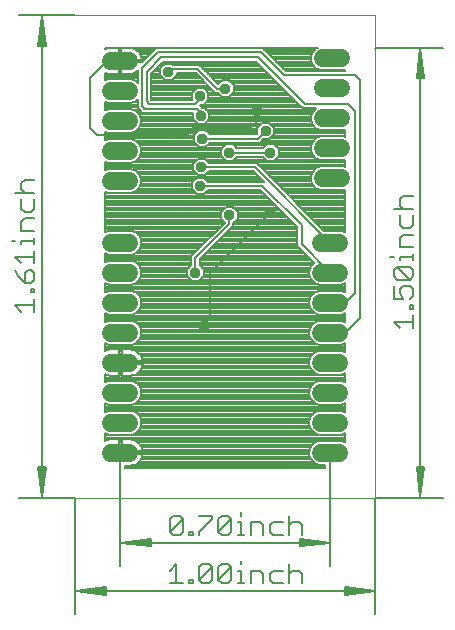
<source format=gbl>
G75*
%MOIN*%
%OFA0B0*%
%FSLAX25Y25*%
%IPPOS*%
%LPD*%
%AMOC8*
5,1,8,0,0,1.08239X$1,22.5*
%
%ADD10C,0.00000*%
%ADD11C,0.00512*%
%ADD12C,0.00600*%
%ADD13C,0.06000*%
%ADD14OC8,0.03562*%
%ADD15C,0.00800*%
D10*
X0023795Y0040133D02*
X0123795Y0040133D01*
X0123795Y0200933D01*
X0023795Y0200933D01*
D11*
X0023795Y0040133D02*
X0023795Y0001256D01*
X0024051Y0008933D02*
X0034031Y0007909D01*
X0034031Y0007676D02*
X0024051Y0008933D01*
X0034031Y0009957D01*
X0034031Y0010190D02*
X0034031Y0007676D01*
X0034031Y0008421D02*
X0024051Y0008933D01*
X0034031Y0009445D01*
X0034031Y0010190D02*
X0024051Y0008933D01*
X0123539Y0008933D01*
X0113559Y0007909D01*
X0113559Y0007676D02*
X0123539Y0008933D01*
X0113559Y0009957D01*
X0113559Y0010190D02*
X0113559Y0007676D01*
X0113559Y0008421D02*
X0123539Y0008933D01*
X0113559Y0009445D01*
X0113559Y0010190D02*
X0123539Y0008933D01*
X0123795Y0001256D02*
X0123795Y0040133D01*
X0146472Y0040133D01*
X0138795Y0040389D02*
X0139819Y0050369D01*
X0140052Y0050369D02*
X0138795Y0040389D01*
X0137772Y0050369D01*
X0137538Y0050369D02*
X0140052Y0050369D01*
X0139307Y0050369D02*
X0138795Y0040389D01*
X0138283Y0050369D01*
X0137538Y0050369D02*
X0138795Y0040389D01*
X0138795Y0189877D01*
X0139819Y0179897D01*
X0140052Y0179897D02*
X0138795Y0189877D01*
X0137772Y0179897D01*
X0137538Y0179897D02*
X0140052Y0179897D01*
X0139307Y0179897D02*
X0138795Y0189877D01*
X0138283Y0179897D01*
X0137538Y0179897D02*
X0138795Y0189877D01*
X0146472Y0190133D02*
X0123795Y0190133D01*
X0023795Y0200933D02*
X0004918Y0200933D01*
X0012595Y0200677D02*
X0011572Y0190697D01*
X0011338Y0190697D02*
X0013852Y0190697D01*
X0012595Y0200677D01*
X0013619Y0190697D01*
X0013107Y0190697D02*
X0012595Y0200677D01*
X0012083Y0190697D01*
X0011338Y0190697D02*
X0012595Y0200677D01*
X0012595Y0040389D01*
X0013619Y0050369D01*
X0013852Y0050369D02*
X0012595Y0040389D01*
X0011572Y0050369D01*
X0011338Y0050369D02*
X0013852Y0050369D01*
X0013107Y0050369D02*
X0012595Y0040389D01*
X0012083Y0050369D01*
X0011338Y0050369D02*
X0012595Y0040389D01*
X0004918Y0040133D02*
X0023795Y0040133D01*
X0038795Y0055133D02*
X0038795Y0017456D01*
X0039051Y0025133D02*
X0049031Y0024109D01*
X0049031Y0023876D02*
X0039051Y0025133D01*
X0049031Y0026157D01*
X0049031Y0026390D02*
X0049031Y0023876D01*
X0049031Y0024621D02*
X0039051Y0025133D01*
X0049031Y0025645D01*
X0049031Y0026390D02*
X0039051Y0025133D01*
X0108539Y0025133D01*
X0098559Y0024109D01*
X0098559Y0023876D02*
X0108539Y0025133D01*
X0098559Y0026157D01*
X0098559Y0026390D02*
X0098559Y0023876D01*
X0098559Y0024621D02*
X0108539Y0025133D01*
X0098559Y0025645D01*
X0098559Y0026390D02*
X0108539Y0025133D01*
X0108795Y0017456D02*
X0108795Y0055133D01*
D12*
X0095059Y0034100D02*
X0095059Y0027695D01*
X0092884Y0027695D02*
X0089681Y0027695D01*
X0088614Y0028762D01*
X0088614Y0030898D01*
X0089681Y0031965D01*
X0092884Y0031965D01*
X0095059Y0030898D02*
X0096127Y0031965D01*
X0098262Y0031965D01*
X0099330Y0030898D01*
X0099330Y0027695D01*
X0095059Y0017900D02*
X0095059Y0011495D01*
X0092884Y0011495D02*
X0089681Y0011495D01*
X0088614Y0012562D01*
X0088614Y0014698D01*
X0089681Y0015765D01*
X0092884Y0015765D01*
X0095059Y0014698D02*
X0096127Y0015765D01*
X0098262Y0015765D01*
X0099330Y0014698D01*
X0099330Y0011495D01*
X0086439Y0011495D02*
X0086439Y0014698D01*
X0085371Y0015765D01*
X0082168Y0015765D01*
X0082168Y0011495D01*
X0080007Y0011495D02*
X0077871Y0011495D01*
X0078939Y0011495D02*
X0078939Y0015765D01*
X0077871Y0015765D01*
X0078939Y0017900D02*
X0078939Y0018968D01*
X0075696Y0016833D02*
X0071426Y0012562D01*
X0072493Y0011495D01*
X0074629Y0011495D01*
X0075696Y0012562D01*
X0075696Y0016833D01*
X0074629Y0017900D01*
X0072493Y0017900D01*
X0071426Y0016833D01*
X0071426Y0012562D01*
X0069251Y0012562D02*
X0069251Y0016833D01*
X0064980Y0012562D01*
X0066048Y0011495D01*
X0068183Y0011495D01*
X0069251Y0012562D01*
X0069251Y0016833D02*
X0068183Y0017900D01*
X0066048Y0017900D01*
X0064980Y0016833D01*
X0064980Y0012562D01*
X0062825Y0012562D02*
X0062825Y0011495D01*
X0061758Y0011495D01*
X0061758Y0012562D01*
X0062825Y0012562D01*
X0059582Y0011495D02*
X0055312Y0011495D01*
X0057447Y0011495D02*
X0057447Y0017900D01*
X0055312Y0015765D01*
X0056380Y0027695D02*
X0055312Y0028762D01*
X0059582Y0033033D01*
X0059582Y0028762D01*
X0058515Y0027695D01*
X0056380Y0027695D01*
X0055312Y0028762D02*
X0055312Y0033033D01*
X0056380Y0034100D01*
X0058515Y0034100D01*
X0059582Y0033033D01*
X0061758Y0028762D02*
X0062825Y0028762D01*
X0062825Y0027695D01*
X0061758Y0027695D01*
X0061758Y0028762D01*
X0064980Y0028762D02*
X0064980Y0027695D01*
X0064980Y0028762D02*
X0069251Y0033033D01*
X0069251Y0034100D01*
X0064980Y0034100D01*
X0071426Y0033033D02*
X0071426Y0028762D01*
X0075696Y0033033D01*
X0075696Y0028762D01*
X0074629Y0027695D01*
X0072493Y0027695D01*
X0071426Y0028762D01*
X0071426Y0033033D02*
X0072493Y0034100D01*
X0074629Y0034100D01*
X0075696Y0033033D01*
X0077871Y0031965D02*
X0078939Y0031965D01*
X0078939Y0027695D01*
X0077871Y0027695D02*
X0080007Y0027695D01*
X0082168Y0027695D02*
X0082168Y0031965D01*
X0085371Y0031965D01*
X0086439Y0030898D01*
X0086439Y0027695D01*
X0078939Y0034100D02*
X0078939Y0035168D01*
X0131963Y0096650D02*
X0129828Y0098785D01*
X0136233Y0098785D01*
X0136233Y0096650D02*
X0136233Y0100920D01*
X0136233Y0103096D02*
X0135166Y0103096D01*
X0135166Y0104163D01*
X0136233Y0104163D01*
X0136233Y0103096D01*
X0135166Y0106318D02*
X0136233Y0107386D01*
X0136233Y0109521D01*
X0135166Y0110589D01*
X0133031Y0110589D01*
X0131963Y0109521D01*
X0131963Y0108453D01*
X0133031Y0106318D01*
X0129828Y0106318D01*
X0129828Y0110589D01*
X0130895Y0112764D02*
X0129828Y0113831D01*
X0129828Y0115967D01*
X0130895Y0117034D01*
X0135166Y0112764D01*
X0136233Y0113831D01*
X0136233Y0115967D01*
X0135166Y0117034D01*
X0130895Y0117034D01*
X0131963Y0119209D02*
X0131963Y0120277D01*
X0136233Y0120277D01*
X0136233Y0121344D02*
X0136233Y0119209D01*
X0136233Y0123506D02*
X0131963Y0123506D01*
X0131963Y0126709D01*
X0133031Y0127777D01*
X0136233Y0127777D01*
X0135166Y0129952D02*
X0136233Y0131019D01*
X0136233Y0134222D01*
X0136233Y0136397D02*
X0129828Y0136397D01*
X0131963Y0137465D02*
X0131963Y0139600D01*
X0133031Y0140668D01*
X0136233Y0140668D01*
X0131963Y0137465D02*
X0133031Y0136397D01*
X0131963Y0134222D02*
X0131963Y0131019D01*
X0133031Y0129952D01*
X0135166Y0129952D01*
X0129828Y0120277D02*
X0128760Y0120277D01*
X0130895Y0112764D02*
X0135166Y0112764D01*
X0010033Y0112786D02*
X0010033Y0114921D01*
X0008966Y0115989D01*
X0007898Y0115989D01*
X0006831Y0114921D01*
X0006831Y0111718D01*
X0008966Y0111718D01*
X0010033Y0112786D01*
X0010033Y0109563D02*
X0010033Y0108496D01*
X0008966Y0108496D01*
X0008966Y0109563D01*
X0010033Y0109563D01*
X0010033Y0106320D02*
X0010033Y0102050D01*
X0010033Y0104185D02*
X0003628Y0104185D01*
X0005763Y0102050D01*
X0006831Y0111718D02*
X0004695Y0113853D01*
X0003628Y0115989D01*
X0005763Y0118164D02*
X0003628Y0120299D01*
X0010033Y0120299D01*
X0010033Y0118164D02*
X0010033Y0122434D01*
X0010033Y0124609D02*
X0010033Y0126744D01*
X0010033Y0125677D02*
X0005763Y0125677D01*
X0005763Y0124609D01*
X0003628Y0125677D02*
X0002560Y0125677D01*
X0005763Y0128906D02*
X0005763Y0132109D01*
X0006831Y0133177D01*
X0010033Y0133177D01*
X0008966Y0135352D02*
X0010033Y0136419D01*
X0010033Y0139622D01*
X0010033Y0141797D02*
X0003628Y0141797D01*
X0005763Y0142865D02*
X0005763Y0145000D01*
X0006831Y0146068D01*
X0010033Y0146068D01*
X0005763Y0142865D02*
X0006831Y0141797D01*
X0005763Y0139622D02*
X0005763Y0136419D01*
X0006831Y0135352D01*
X0008966Y0135352D01*
X0010033Y0128906D02*
X0005763Y0128906D01*
D13*
X0035795Y0125133D02*
X0041795Y0125133D01*
X0041795Y0115133D02*
X0035795Y0115133D01*
X0035795Y0105133D02*
X0041795Y0105133D01*
X0041795Y0095133D02*
X0035795Y0095133D01*
X0035795Y0085133D02*
X0041795Y0085133D01*
X0041795Y0075133D02*
X0035795Y0075133D01*
X0035795Y0065133D02*
X0041795Y0065133D01*
X0041795Y0055133D02*
X0035795Y0055133D01*
X0035595Y0145733D02*
X0041595Y0145733D01*
X0041595Y0155733D02*
X0035595Y0155733D01*
X0035595Y0165733D02*
X0041595Y0165733D01*
X0041595Y0175733D02*
X0035595Y0175733D01*
X0035595Y0185733D02*
X0041595Y0185733D01*
X0105795Y0125133D02*
X0111795Y0125133D01*
X0111795Y0115133D02*
X0105795Y0115133D01*
X0105795Y0105133D02*
X0111795Y0105133D01*
X0111795Y0095133D02*
X0105795Y0095133D01*
X0105795Y0085133D02*
X0111795Y0085133D01*
X0111795Y0075133D02*
X0105795Y0075133D01*
X0105795Y0065133D02*
X0111795Y0065133D01*
X0111795Y0055133D02*
X0105795Y0055133D01*
X0106395Y0146533D02*
X0112395Y0146533D01*
X0112395Y0156533D02*
X0106395Y0156533D01*
X0106395Y0166533D02*
X0112395Y0166533D01*
X0112395Y0176533D02*
X0106395Y0176533D01*
X0106395Y0186533D02*
X0112395Y0186533D01*
D14*
X0088795Y0155133D03*
X0087233Y0162321D03*
X0084195Y0168833D03*
X0073795Y0176383D03*
X0065358Y0173883D03*
X0065670Y0167321D03*
X0065983Y0159821D03*
X0065695Y0150333D03*
X0065395Y0144033D03*
X0075045Y0134196D03*
X0088795Y0135133D03*
X0075045Y0155133D03*
X0054733Y0182008D03*
X0063795Y0115133D03*
X0066608Y0097321D03*
D15*
X0066608Y0097946D01*
X0068795Y0100133D01*
X0068795Y0115133D01*
X0088795Y0135133D01*
X0091295Y0136753D02*
X0076421Y0136753D01*
X0076197Y0136977D02*
X0073893Y0136977D01*
X0072264Y0135348D01*
X0072264Y0133044D01*
X0073495Y0131813D01*
X0062395Y0120713D01*
X0062395Y0117666D01*
X0061014Y0116285D01*
X0061014Y0113981D01*
X0062643Y0112352D01*
X0064947Y0112352D01*
X0066576Y0113981D01*
X0066576Y0116285D01*
X0065195Y0117666D01*
X0065195Y0119553D01*
X0075625Y0129983D01*
X0076445Y0130803D01*
X0076445Y0131663D01*
X0077826Y0133044D01*
X0077826Y0135348D01*
X0076197Y0136977D01*
X0077219Y0135954D02*
X0092094Y0135954D01*
X0092892Y0135156D02*
X0077826Y0135156D01*
X0077826Y0134357D02*
X0093691Y0134357D01*
X0094489Y0133559D02*
X0077826Y0133559D01*
X0077543Y0132760D02*
X0095288Y0132760D01*
X0096086Y0131962D02*
X0076745Y0131962D01*
X0076445Y0131163D02*
X0096885Y0131163D01*
X0097683Y0130365D02*
X0076007Y0130365D01*
X0075208Y0129566D02*
X0097795Y0129566D01*
X0097795Y0130253D02*
X0097795Y0124153D01*
X0103477Y0118472D01*
X0102404Y0117399D01*
X0101795Y0115929D01*
X0101795Y0114337D01*
X0102404Y0112867D01*
X0103529Y0111742D01*
X0104999Y0111133D01*
X0112591Y0111133D01*
X0113795Y0111632D01*
X0113795Y0108634D01*
X0112591Y0109133D01*
X0104999Y0109133D01*
X0103529Y0108524D01*
X0102404Y0107399D01*
X0101795Y0105929D01*
X0101795Y0104337D01*
X0102404Y0102867D01*
X0103529Y0101742D01*
X0104999Y0101133D01*
X0112591Y0101133D01*
X0113795Y0101632D01*
X0113795Y0098634D01*
X0112591Y0099133D01*
X0104999Y0099133D01*
X0103529Y0098524D01*
X0102404Y0097399D01*
X0101795Y0095929D01*
X0101795Y0094337D01*
X0102404Y0092867D01*
X0103529Y0091742D01*
X0104999Y0091133D01*
X0112591Y0091133D01*
X0113795Y0091632D01*
X0113795Y0088634D01*
X0112591Y0089133D01*
X0104999Y0089133D01*
X0103529Y0088524D01*
X0102404Y0087399D01*
X0101795Y0085929D01*
X0101795Y0084337D01*
X0102404Y0082867D01*
X0103529Y0081742D01*
X0104999Y0081133D01*
X0112591Y0081133D01*
X0113795Y0081632D01*
X0113795Y0078634D01*
X0112591Y0079133D01*
X0104999Y0079133D01*
X0103529Y0078524D01*
X0102404Y0077399D01*
X0101795Y0075929D01*
X0101795Y0074337D01*
X0102404Y0072867D01*
X0103529Y0071742D01*
X0104999Y0071133D01*
X0112591Y0071133D01*
X0113795Y0071632D01*
X0113795Y0068634D01*
X0112591Y0069133D01*
X0104999Y0069133D01*
X0103529Y0068524D01*
X0102404Y0067399D01*
X0101795Y0065929D01*
X0101795Y0064337D01*
X0102404Y0062867D01*
X0103529Y0061742D01*
X0104999Y0061133D01*
X0112591Y0061133D01*
X0113795Y0061632D01*
X0113795Y0058634D01*
X0112591Y0059133D01*
X0104999Y0059133D01*
X0103529Y0058524D01*
X0102404Y0057399D01*
X0101795Y0055929D01*
X0101795Y0054337D01*
X0102404Y0052867D01*
X0103529Y0051742D01*
X0104999Y0051133D01*
X0107139Y0051133D01*
X0107139Y0050133D01*
X0040451Y0050133D01*
X0040451Y0050733D01*
X0042141Y0050733D01*
X0042825Y0050841D01*
X0043484Y0051055D01*
X0044101Y0051370D01*
X0044662Y0051777D01*
X0045151Y0052267D01*
X0045558Y0052827D01*
X0045873Y0053444D01*
X0046087Y0054103D01*
X0046187Y0054733D01*
X0040451Y0054733D01*
X0040451Y0055533D01*
X0046187Y0055533D01*
X0046087Y0056163D01*
X0045873Y0056822D01*
X0045558Y0057439D01*
X0045151Y0057999D01*
X0044662Y0058489D01*
X0044101Y0058896D01*
X0043484Y0059211D01*
X0042825Y0059425D01*
X0042141Y0059533D01*
X0039195Y0059533D01*
X0039195Y0056789D01*
X0038395Y0056789D01*
X0038395Y0059533D01*
X0035449Y0059533D01*
X0034765Y0059425D01*
X0034106Y0059211D01*
X0033795Y0059052D01*
X0033795Y0061632D01*
X0034999Y0061133D01*
X0042591Y0061133D01*
X0044061Y0061742D01*
X0045186Y0062867D01*
X0045795Y0064337D01*
X0045795Y0065929D01*
X0045186Y0067399D01*
X0044061Y0068524D01*
X0042591Y0069133D01*
X0034999Y0069133D01*
X0033795Y0068634D01*
X0033795Y0071632D01*
X0034999Y0071133D01*
X0042591Y0071133D01*
X0044061Y0071742D01*
X0045186Y0072867D01*
X0045795Y0074337D01*
X0045795Y0075929D01*
X0045186Y0077399D01*
X0044061Y0078524D01*
X0042591Y0079133D01*
X0034999Y0079133D01*
X0033795Y0078634D01*
X0033795Y0081214D01*
X0034106Y0081055D01*
X0034765Y0080841D01*
X0035449Y0080733D01*
X0038395Y0080733D01*
X0038395Y0084733D01*
X0039195Y0084733D01*
X0039195Y0080733D01*
X0042141Y0080733D01*
X0042825Y0080841D01*
X0043484Y0081055D01*
X0044101Y0081370D01*
X0044662Y0081777D01*
X0045151Y0082267D01*
X0045558Y0082827D01*
X0045873Y0083444D01*
X0046087Y0084103D01*
X0046187Y0084733D01*
X0039195Y0084733D01*
X0039195Y0085533D01*
X0038395Y0085533D01*
X0038395Y0089533D01*
X0035449Y0089533D01*
X0034765Y0089425D01*
X0034106Y0089211D01*
X0033795Y0089052D01*
X0033795Y0091632D01*
X0034999Y0091133D01*
X0042591Y0091133D01*
X0044061Y0091742D01*
X0045186Y0092867D01*
X0045795Y0094337D01*
X0045795Y0095929D01*
X0045186Y0097399D01*
X0044061Y0098524D01*
X0042591Y0099133D01*
X0034999Y0099133D01*
X0033795Y0098634D01*
X0033795Y0101632D01*
X0034999Y0101133D01*
X0042591Y0101133D01*
X0044061Y0101742D01*
X0045186Y0102867D01*
X0045795Y0104337D01*
X0045795Y0105929D01*
X0045186Y0107399D01*
X0044061Y0108524D01*
X0042591Y0109133D01*
X0034999Y0109133D01*
X0033795Y0108634D01*
X0033795Y0111632D01*
X0034999Y0111133D01*
X0042591Y0111133D01*
X0044061Y0111742D01*
X0045186Y0112867D01*
X0045795Y0114337D01*
X0045795Y0115929D01*
X0045186Y0117399D01*
X0044061Y0118524D01*
X0042591Y0119133D01*
X0034999Y0119133D01*
X0033795Y0118634D01*
X0033795Y0121632D01*
X0034999Y0121133D01*
X0042591Y0121133D01*
X0044061Y0121742D01*
X0045186Y0122867D01*
X0045795Y0124337D01*
X0045795Y0125929D01*
X0045186Y0127399D01*
X0044061Y0128524D01*
X0042591Y0129133D01*
X0034999Y0129133D01*
X0033795Y0128634D01*
X0033795Y0142149D01*
X0034799Y0141733D01*
X0042391Y0141733D01*
X0043861Y0142342D01*
X0044986Y0143467D01*
X0045595Y0144937D01*
X0045595Y0146529D01*
X0044986Y0147999D01*
X0043861Y0149124D01*
X0042391Y0149733D01*
X0034799Y0149733D01*
X0033795Y0149317D01*
X0033795Y0152149D01*
X0034799Y0151733D01*
X0042391Y0151733D01*
X0043861Y0152342D01*
X0044986Y0153467D01*
X0045595Y0154937D01*
X0045595Y0156529D01*
X0044986Y0157999D01*
X0043861Y0159124D01*
X0042391Y0159733D01*
X0034799Y0159733D01*
X0033795Y0159317D01*
X0033795Y0162149D01*
X0034799Y0161733D01*
X0042391Y0161733D01*
X0043861Y0162342D01*
X0044986Y0163467D01*
X0045595Y0164937D01*
X0045595Y0166529D01*
X0044986Y0167999D01*
X0043861Y0169124D01*
X0042391Y0169733D01*
X0034799Y0169733D01*
X0033795Y0169317D01*
X0033795Y0172149D01*
X0034799Y0171733D01*
X0042391Y0171733D01*
X0043861Y0172342D01*
X0044595Y0173076D01*
X0044595Y0170053D01*
X0045308Y0169341D01*
X0045308Y0169241D01*
X0046128Y0168421D01*
X0062889Y0168421D01*
X0062889Y0166169D01*
X0064518Y0164539D01*
X0066822Y0164539D01*
X0068451Y0166169D01*
X0068451Y0168473D01*
X0066822Y0170102D01*
X0066119Y0170102D01*
X0065820Y0170400D01*
X0065306Y0170914D01*
X0065494Y0171102D01*
X0066510Y0171102D01*
X0068139Y0172731D01*
X0068139Y0175035D01*
X0066510Y0176664D01*
X0064206Y0176664D01*
X0062577Y0175035D01*
X0062577Y0172783D01*
X0049025Y0172783D01*
X0048895Y0172913D01*
X0048895Y0181453D01*
X0052875Y0185433D01*
X0084015Y0185433D01*
X0098795Y0170653D01*
X0099615Y0169833D01*
X0104038Y0169833D01*
X0103004Y0168799D01*
X0102395Y0167329D01*
X0102395Y0165737D01*
X0103004Y0164267D01*
X0104129Y0163142D01*
X0105599Y0162533D01*
X0113191Y0162533D01*
X0113795Y0162783D01*
X0113795Y0160283D01*
X0113191Y0160533D01*
X0105599Y0160533D01*
X0104129Y0159924D01*
X0103004Y0158799D01*
X0102395Y0157329D01*
X0102395Y0155737D01*
X0103004Y0154267D01*
X0104129Y0153142D01*
X0105599Y0152533D01*
X0113191Y0152533D01*
X0113795Y0152783D01*
X0113795Y0150283D01*
X0113191Y0150533D01*
X0105599Y0150533D01*
X0104129Y0149924D01*
X0103004Y0148799D01*
X0102395Y0147329D01*
X0102395Y0145737D01*
X0103004Y0144267D01*
X0104129Y0143142D01*
X0105599Y0142533D01*
X0113191Y0142533D01*
X0113795Y0142783D01*
X0113795Y0128634D01*
X0112591Y0129133D01*
X0106775Y0129133D01*
X0084175Y0151733D01*
X0068228Y0151733D01*
X0066847Y0153114D01*
X0064543Y0153114D01*
X0062914Y0151485D01*
X0062914Y0149181D01*
X0064543Y0147552D01*
X0066847Y0147552D01*
X0068228Y0148933D01*
X0083015Y0148933D01*
X0086515Y0145433D01*
X0067928Y0145433D01*
X0066547Y0146814D01*
X0064243Y0146814D01*
X0062614Y0145185D01*
X0062614Y0142881D01*
X0064243Y0141252D01*
X0066547Y0141252D01*
X0067928Y0142633D01*
X0085415Y0142633D01*
X0097795Y0130253D01*
X0097795Y0128768D02*
X0074410Y0128768D01*
X0073611Y0127969D02*
X0097795Y0127969D01*
X0097795Y0127171D02*
X0072813Y0127171D01*
X0072014Y0126372D02*
X0097795Y0126372D01*
X0097795Y0125574D02*
X0071216Y0125574D01*
X0070417Y0124775D02*
X0097795Y0124775D01*
X0097972Y0123977D02*
X0069619Y0123977D01*
X0068820Y0123178D02*
X0098770Y0123178D01*
X0099569Y0122380D02*
X0068022Y0122380D01*
X0067223Y0121581D02*
X0100367Y0121581D01*
X0101166Y0120783D02*
X0066425Y0120783D01*
X0065626Y0119984D02*
X0101964Y0119984D01*
X0102763Y0119186D02*
X0065195Y0119186D01*
X0065195Y0118387D02*
X0103392Y0118387D01*
X0102594Y0117589D02*
X0065273Y0117589D01*
X0066071Y0116790D02*
X0102152Y0116790D01*
X0101821Y0115992D02*
X0066576Y0115992D01*
X0066576Y0115193D02*
X0101795Y0115193D01*
X0101795Y0114395D02*
X0066576Y0114395D01*
X0066191Y0113596D02*
X0102102Y0113596D01*
X0102474Y0112798D02*
X0065393Y0112798D01*
X0063795Y0115133D02*
X0063795Y0120133D01*
X0075045Y0131383D01*
X0075045Y0134196D01*
X0072871Y0135954D02*
X0033795Y0135954D01*
X0033795Y0135156D02*
X0072264Y0135156D01*
X0072264Y0134357D02*
X0033795Y0134357D01*
X0033795Y0133559D02*
X0072264Y0133559D01*
X0072547Y0132760D02*
X0033795Y0132760D01*
X0033795Y0131962D02*
X0073346Y0131962D01*
X0072846Y0131163D02*
X0033795Y0131163D01*
X0033795Y0130365D02*
X0072047Y0130365D01*
X0071249Y0129566D02*
X0033795Y0129566D01*
X0033795Y0128768D02*
X0034118Y0128768D01*
X0033918Y0121581D02*
X0033795Y0121581D01*
X0033795Y0120783D02*
X0062465Y0120783D01*
X0062395Y0119984D02*
X0033795Y0119984D01*
X0033795Y0119186D02*
X0062395Y0119186D01*
X0062395Y0118387D02*
X0044198Y0118387D01*
X0044996Y0117589D02*
X0062318Y0117589D01*
X0061519Y0116790D02*
X0045438Y0116790D01*
X0045769Y0115992D02*
X0061014Y0115992D01*
X0061014Y0115193D02*
X0045795Y0115193D01*
X0045795Y0114395D02*
X0061014Y0114395D01*
X0061399Y0113596D02*
X0045488Y0113596D01*
X0045117Y0112798D02*
X0062198Y0112798D01*
X0063263Y0121581D02*
X0043673Y0121581D01*
X0044699Y0122380D02*
X0064062Y0122380D01*
X0064860Y0123178D02*
X0045315Y0123178D01*
X0045646Y0123977D02*
X0065659Y0123977D01*
X0066457Y0124775D02*
X0045795Y0124775D01*
X0045795Y0125574D02*
X0067256Y0125574D01*
X0068054Y0126372D02*
X0045611Y0126372D01*
X0045281Y0127171D02*
X0068853Y0127171D01*
X0069652Y0127969D02*
X0044616Y0127969D01*
X0043473Y0128768D02*
X0070450Y0128768D01*
X0073669Y0136753D02*
X0033795Y0136753D01*
X0033795Y0137551D02*
X0090497Y0137551D01*
X0089698Y0138350D02*
X0033795Y0138350D01*
X0033795Y0139148D02*
X0088900Y0139148D01*
X0088101Y0139947D02*
X0033795Y0139947D01*
X0033795Y0140745D02*
X0087303Y0140745D01*
X0086504Y0141544D02*
X0066839Y0141544D01*
X0067638Y0142343D02*
X0085706Y0142343D01*
X0085995Y0144033D02*
X0099195Y0130833D01*
X0099195Y0124733D01*
X0108795Y0115133D01*
X0104837Y0111201D02*
X0042754Y0111201D01*
X0044318Y0111999D02*
X0103272Y0111999D01*
X0104208Y0108805D02*
X0043383Y0108805D01*
X0044579Y0108007D02*
X0103012Y0108007D01*
X0102325Y0107208D02*
X0045265Y0107208D01*
X0045596Y0106410D02*
X0101994Y0106410D01*
X0101795Y0105611D02*
X0045795Y0105611D01*
X0045795Y0104812D02*
X0101795Y0104812D01*
X0101929Y0104014D02*
X0045661Y0104014D01*
X0045330Y0103215D02*
X0102260Y0103215D01*
X0102854Y0102417D02*
X0044736Y0102417D01*
X0043763Y0101618D02*
X0103828Y0101618D01*
X0103430Y0098424D02*
X0044161Y0098424D01*
X0044959Y0097626D02*
X0102631Y0097626D01*
X0102167Y0096827D02*
X0045423Y0096827D01*
X0045754Y0096029D02*
X0101837Y0096029D01*
X0101795Y0095230D02*
X0045795Y0095230D01*
X0045795Y0094432D02*
X0101795Y0094432D01*
X0102087Y0093633D02*
X0045503Y0093633D01*
X0045154Y0092835D02*
X0102437Y0092835D01*
X0103235Y0092036D02*
X0044355Y0092036D01*
X0042844Y0091238D02*
X0104747Y0091238D01*
X0104297Y0088842D02*
X0044176Y0088842D01*
X0044101Y0088896D02*
X0043484Y0089211D01*
X0042825Y0089425D01*
X0042141Y0089533D01*
X0039195Y0089533D01*
X0039195Y0085533D01*
X0046187Y0085533D01*
X0046087Y0086163D01*
X0045873Y0086822D01*
X0045558Y0087439D01*
X0045151Y0087999D01*
X0044662Y0088489D01*
X0044101Y0088896D01*
X0045107Y0088044D02*
X0103049Y0088044D01*
X0102340Y0087245D02*
X0045657Y0087245D01*
X0045995Y0086447D02*
X0102010Y0086447D01*
X0101795Y0085648D02*
X0046168Y0085648D01*
X0046070Y0084051D02*
X0101914Y0084051D01*
X0101795Y0084850D02*
X0039195Y0084850D01*
X0039195Y0085648D02*
X0038395Y0085648D01*
X0038395Y0086447D02*
X0039195Y0086447D01*
X0039195Y0087245D02*
X0038395Y0087245D01*
X0038395Y0088044D02*
X0039195Y0088044D01*
X0039195Y0088842D02*
X0038395Y0088842D01*
X0034747Y0091238D02*
X0033795Y0091238D01*
X0033795Y0090439D02*
X0113795Y0090439D01*
X0113795Y0089641D02*
X0033795Y0089641D01*
X0038395Y0084051D02*
X0039195Y0084051D01*
X0039195Y0083253D02*
X0038395Y0083253D01*
X0038395Y0082454D02*
X0039195Y0082454D01*
X0039195Y0081656D02*
X0038395Y0081656D01*
X0038395Y0080857D02*
X0039195Y0080857D01*
X0042874Y0080857D02*
X0113795Y0080857D01*
X0113795Y0080059D02*
X0033795Y0080059D01*
X0033795Y0080857D02*
X0034716Y0080857D01*
X0033795Y0079260D02*
X0113795Y0079260D01*
X0113795Y0071275D02*
X0112933Y0071275D01*
X0113795Y0070477D02*
X0033795Y0070477D01*
X0033795Y0071275D02*
X0034657Y0071275D01*
X0033795Y0069678D02*
X0113795Y0069678D01*
X0113795Y0068879D02*
X0113203Y0068879D01*
X0113795Y0060894D02*
X0033795Y0060894D01*
X0033795Y0060096D02*
X0113795Y0060096D01*
X0113795Y0059297D02*
X0043218Y0059297D01*
X0044648Y0058499D02*
X0103504Y0058499D01*
X0102706Y0057700D02*
X0045369Y0057700D01*
X0045832Y0056902D02*
X0102198Y0056902D01*
X0101867Y0056103D02*
X0046096Y0056103D01*
X0046151Y0054506D02*
X0101795Y0054506D01*
X0101795Y0055305D02*
X0040451Y0055305D01*
X0039195Y0056902D02*
X0038395Y0056902D01*
X0038395Y0057700D02*
X0039195Y0057700D01*
X0039195Y0058499D02*
X0038395Y0058499D01*
X0038395Y0059297D02*
X0039195Y0059297D01*
X0034373Y0059297D02*
X0033795Y0059297D01*
X0033795Y0068879D02*
X0034387Y0068879D01*
X0043203Y0068879D02*
X0104387Y0068879D01*
X0103086Y0068081D02*
X0044504Y0068081D01*
X0045234Y0067282D02*
X0102356Y0067282D01*
X0102025Y0066484D02*
X0045565Y0066484D01*
X0045795Y0065685D02*
X0101795Y0065685D01*
X0101795Y0064887D02*
X0045795Y0064887D01*
X0045692Y0064088D02*
X0101898Y0064088D01*
X0102229Y0063290D02*
X0045361Y0063290D01*
X0044810Y0062491D02*
X0102780Y0062491D01*
X0103648Y0061693D02*
X0043942Y0061693D01*
X0045958Y0053708D02*
X0102056Y0053708D01*
X0102387Y0052909D02*
X0045600Y0052909D01*
X0044995Y0052111D02*
X0103161Y0052111D01*
X0104567Y0051312D02*
X0043988Y0051312D01*
X0040451Y0050514D02*
X0107139Y0050514D01*
X0104657Y0071275D02*
X0042933Y0071275D01*
X0044392Y0072074D02*
X0103198Y0072074D01*
X0102402Y0072872D02*
X0045188Y0072872D01*
X0045519Y0073671D02*
X0102071Y0073671D01*
X0101795Y0074469D02*
X0045795Y0074469D01*
X0045795Y0075268D02*
X0101795Y0075268D01*
X0101852Y0076066D02*
X0045738Y0076066D01*
X0045407Y0076865D02*
X0102183Y0076865D01*
X0102668Y0077663D02*
X0044922Y0077663D01*
X0044123Y0078462D02*
X0103467Y0078462D01*
X0103738Y0081656D02*
X0044495Y0081656D01*
X0045287Y0082454D02*
X0102817Y0082454D01*
X0102244Y0083253D02*
X0045775Y0083253D01*
X0033795Y0099223D02*
X0113795Y0099223D01*
X0113795Y0100021D02*
X0033795Y0100021D01*
X0033795Y0100820D02*
X0113795Y0100820D01*
X0113763Y0101618D02*
X0113795Y0101618D01*
X0113795Y0105133D02*
X0108795Y0105133D01*
X0113383Y0108805D02*
X0113795Y0108805D01*
X0113795Y0109604D02*
X0033795Y0109604D01*
X0033795Y0110402D02*
X0113795Y0110402D01*
X0113795Y0111201D02*
X0112754Y0111201D01*
X0117095Y0108433D02*
X0113795Y0105133D01*
X0117095Y0108433D02*
X0117095Y0168833D01*
X0114695Y0171233D01*
X0100195Y0171233D01*
X0084595Y0186833D01*
X0052295Y0186833D01*
X0047495Y0182033D01*
X0047495Y0172333D01*
X0048445Y0171383D01*
X0063795Y0171383D01*
X0065358Y0172946D01*
X0065358Y0173883D01*
X0067295Y0171887D02*
X0097561Y0171887D01*
X0098359Y0171089D02*
X0065481Y0171089D01*
X0065930Y0170290D02*
X0099158Y0170290D01*
X0096762Y0172686D02*
X0068094Y0172686D01*
X0068139Y0173484D02*
X0095964Y0173484D01*
X0095165Y0174283D02*
X0075628Y0174283D01*
X0074947Y0173602D02*
X0076576Y0175231D01*
X0076576Y0177535D01*
X0074947Y0179164D01*
X0072643Y0179164D01*
X0071412Y0177933D01*
X0065820Y0183525D01*
X0065000Y0184346D01*
X0056328Y0184346D01*
X0055885Y0184789D01*
X0053581Y0184789D01*
X0051952Y0183160D01*
X0051952Y0180856D01*
X0053581Y0179227D01*
X0055885Y0179227D01*
X0057514Y0180856D01*
X0057514Y0181546D01*
X0063840Y0181546D01*
X0070403Y0174983D01*
X0071262Y0174983D01*
X0072643Y0173602D01*
X0074947Y0173602D01*
X0076427Y0175081D02*
X0094367Y0175081D01*
X0093568Y0175880D02*
X0076576Y0175880D01*
X0076576Y0176679D02*
X0092770Y0176679D01*
X0091971Y0177477D02*
X0076576Y0177477D01*
X0075836Y0178276D02*
X0091173Y0178276D01*
X0090374Y0179074D02*
X0075037Y0179074D01*
X0072553Y0179074D02*
X0070272Y0179074D01*
X0071070Y0178276D02*
X0071755Y0178276D01*
X0070983Y0176383D02*
X0064420Y0182946D01*
X0055670Y0182946D01*
X0054733Y0182008D01*
X0057514Y0181470D02*
X0063916Y0181470D01*
X0064715Y0180671D02*
X0057329Y0180671D01*
X0056530Y0179873D02*
X0065513Y0179873D01*
X0066312Y0179074D02*
X0048895Y0179074D01*
X0048895Y0178276D02*
X0067110Y0178276D01*
X0067909Y0177477D02*
X0048895Y0177477D01*
X0048895Y0176679D02*
X0068707Y0176679D01*
X0069506Y0175880D02*
X0067294Y0175880D01*
X0068092Y0175081D02*
X0070304Y0175081D01*
X0070983Y0176383D02*
X0073795Y0176383D01*
X0071962Y0174283D02*
X0068139Y0174283D01*
X0069473Y0179873D02*
X0089576Y0179873D01*
X0088777Y0180671D02*
X0068675Y0180671D01*
X0067876Y0181470D02*
X0087979Y0181470D01*
X0087180Y0182268D02*
X0067078Y0182268D01*
X0066279Y0183067D02*
X0086382Y0183067D01*
X0085583Y0183865D02*
X0065480Y0183865D01*
X0063422Y0175880D02*
X0048895Y0175880D01*
X0048895Y0175081D02*
X0062623Y0175081D01*
X0062577Y0174283D02*
X0048895Y0174283D01*
X0048895Y0173484D02*
X0062577Y0173484D01*
X0064420Y0169821D02*
X0046708Y0169821D01*
X0046708Y0169921D01*
X0045995Y0170633D01*
X0045995Y0183433D01*
X0051195Y0188633D01*
X0085595Y0188633D01*
X0093295Y0180933D01*
X0117095Y0180933D01*
X0118795Y0179233D01*
X0118795Y0100133D01*
X0113795Y0095133D01*
X0108795Y0095133D01*
X0112844Y0091238D02*
X0113795Y0091238D01*
X0113795Y0088842D02*
X0113293Y0088842D01*
X0108795Y0125133D02*
X0083595Y0150333D01*
X0065695Y0150333D01*
X0064152Y0152723D02*
X0044242Y0152723D01*
X0045009Y0153522D02*
X0072723Y0153522D01*
X0072264Y0153981D02*
X0073893Y0152352D01*
X0076197Y0152352D01*
X0077578Y0153733D01*
X0086262Y0153733D01*
X0087643Y0152352D01*
X0089947Y0152352D01*
X0091576Y0153981D01*
X0091576Y0156285D01*
X0089947Y0157914D01*
X0087643Y0157914D01*
X0086262Y0156533D01*
X0077578Y0156533D01*
X0076197Y0157914D01*
X0073893Y0157914D01*
X0072264Y0156285D01*
X0072264Y0153981D01*
X0072264Y0154320D02*
X0045339Y0154320D01*
X0045595Y0155119D02*
X0072264Y0155119D01*
X0072264Y0155917D02*
X0045595Y0155917D01*
X0045518Y0156716D02*
X0072695Y0156716D01*
X0073493Y0157514D02*
X0067609Y0157514D01*
X0067135Y0157039D02*
X0068516Y0158421D01*
X0085313Y0158421D01*
X0086431Y0159539D01*
X0088385Y0159539D01*
X0090014Y0161169D01*
X0090014Y0163473D01*
X0088385Y0165102D01*
X0086081Y0165102D01*
X0084452Y0163473D01*
X0084452Y0161519D01*
X0084153Y0161221D01*
X0068516Y0161221D01*
X0067135Y0162602D01*
X0064831Y0162602D01*
X0063202Y0160973D01*
X0063202Y0158669D01*
X0064831Y0157039D01*
X0067135Y0157039D01*
X0068408Y0158313D02*
X0102803Y0158313D01*
X0102472Y0157514D02*
X0090347Y0157514D01*
X0091146Y0156716D02*
X0102395Y0156716D01*
X0102395Y0155917D02*
X0091576Y0155917D01*
X0091576Y0155119D02*
X0102651Y0155119D01*
X0102982Y0154320D02*
X0091576Y0154320D01*
X0091117Y0153522D02*
X0103750Y0153522D01*
X0105141Y0152723D02*
X0090318Y0152723D01*
X0088795Y0155133D02*
X0075045Y0155133D01*
X0076597Y0157514D02*
X0087243Y0157514D01*
X0086445Y0156716D02*
X0077396Y0156716D01*
X0077367Y0153522D02*
X0086473Y0153522D01*
X0087272Y0152723D02*
X0076568Y0152723D01*
X0073522Y0152723D02*
X0067238Y0152723D01*
X0068037Y0151925D02*
X0113795Y0151925D01*
X0113795Y0152723D02*
X0113650Y0152723D01*
X0113795Y0151126D02*
X0084782Y0151126D01*
X0085580Y0150328D02*
X0105104Y0150328D01*
X0103734Y0149529D02*
X0086379Y0149529D01*
X0087177Y0148731D02*
X0102976Y0148731D01*
X0102645Y0147932D02*
X0087976Y0147932D01*
X0088775Y0147134D02*
X0102395Y0147134D01*
X0102395Y0146335D02*
X0089573Y0146335D01*
X0090372Y0145537D02*
X0102478Y0145537D01*
X0102809Y0144738D02*
X0091170Y0144738D01*
X0091969Y0143940D02*
X0103332Y0143940D01*
X0104132Y0143141D02*
X0092767Y0143141D01*
X0093566Y0142343D02*
X0113795Y0142343D01*
X0113795Y0141544D02*
X0094364Y0141544D01*
X0095163Y0140745D02*
X0113795Y0140745D01*
X0113795Y0139947D02*
X0095961Y0139947D01*
X0096760Y0139148D02*
X0113795Y0139148D01*
X0113795Y0138350D02*
X0097558Y0138350D01*
X0098357Y0137551D02*
X0113795Y0137551D01*
X0113795Y0136753D02*
X0099155Y0136753D01*
X0099954Y0135954D02*
X0113795Y0135954D01*
X0113795Y0135156D02*
X0100752Y0135156D01*
X0101551Y0134357D02*
X0113795Y0134357D01*
X0113795Y0133559D02*
X0102349Y0133559D01*
X0103148Y0132760D02*
X0113795Y0132760D01*
X0113795Y0131962D02*
X0103946Y0131962D01*
X0104745Y0131163D02*
X0113795Y0131163D01*
X0113795Y0130365D02*
X0105543Y0130365D01*
X0106342Y0129566D02*
X0113795Y0129566D01*
X0113795Y0128768D02*
X0113473Y0128768D01*
X0113687Y0150328D02*
X0113795Y0150328D01*
X0113795Y0160708D02*
X0089553Y0160708D01*
X0090014Y0161507D02*
X0113795Y0161507D01*
X0113795Y0162305D02*
X0090014Y0162305D01*
X0090014Y0163104D02*
X0104222Y0163104D01*
X0103369Y0163902D02*
X0089584Y0163902D01*
X0088785Y0164701D02*
X0102824Y0164701D01*
X0102494Y0165499D02*
X0067782Y0165499D01*
X0068451Y0166298D02*
X0102395Y0166298D01*
X0102395Y0167096D02*
X0068451Y0167096D01*
X0068451Y0167895D02*
X0102630Y0167895D01*
X0102960Y0168693D02*
X0068230Y0168693D01*
X0067432Y0169492D02*
X0103697Y0169492D01*
X0104115Y0159910D02*
X0088755Y0159910D01*
X0087233Y0162321D02*
X0084733Y0159821D01*
X0065983Y0159821D01*
X0063736Y0161507D02*
X0033795Y0161507D01*
X0033795Y0160708D02*
X0063202Y0160708D01*
X0063202Y0159910D02*
X0033795Y0159910D01*
X0031095Y0161133D02*
X0060995Y0161133D01*
X0063395Y0163533D01*
X0082295Y0163533D01*
X0083895Y0165133D01*
X0083895Y0168533D01*
X0084195Y0168833D01*
X0085680Y0164701D02*
X0066983Y0164701D01*
X0067431Y0162305D02*
X0084452Y0162305D01*
X0084439Y0161507D02*
X0068229Y0161507D01*
X0064534Y0162305D02*
X0043772Y0162305D01*
X0044623Y0163104D02*
X0084452Y0163104D01*
X0084881Y0163902D02*
X0045166Y0163902D01*
X0045497Y0164701D02*
X0064357Y0164701D01*
X0063558Y0165499D02*
X0045595Y0165499D01*
X0045595Y0166298D02*
X0062889Y0166298D01*
X0062889Y0167096D02*
X0045360Y0167096D01*
X0045029Y0167895D02*
X0062889Y0167895D01*
X0064420Y0169821D02*
X0065670Y0168571D01*
X0065670Y0167321D01*
X0063202Y0159111D02*
X0043874Y0159111D01*
X0044672Y0158313D02*
X0063557Y0158313D01*
X0064356Y0157514D02*
X0045187Y0157514D01*
X0042853Y0151925D02*
X0063354Y0151925D01*
X0062914Y0151126D02*
X0033795Y0151126D01*
X0033795Y0150328D02*
X0062914Y0150328D01*
X0062914Y0149529D02*
X0042883Y0149529D01*
X0044254Y0148731D02*
X0063365Y0148731D01*
X0064163Y0147932D02*
X0045014Y0147932D01*
X0045345Y0147134D02*
X0084815Y0147134D01*
X0084016Y0147932D02*
X0067227Y0147932D01*
X0068026Y0148731D02*
X0083218Y0148731D01*
X0085613Y0146335D02*
X0067026Y0146335D01*
X0067825Y0145537D02*
X0086412Y0145537D01*
X0085995Y0144033D02*
X0065395Y0144033D01*
X0063764Y0146335D02*
X0045595Y0146335D01*
X0045595Y0145537D02*
X0062966Y0145537D01*
X0062614Y0144738D02*
X0045513Y0144738D01*
X0045182Y0143940D02*
X0062614Y0143940D01*
X0062614Y0143141D02*
X0044660Y0143141D01*
X0043861Y0142343D02*
X0063153Y0142343D01*
X0063951Y0141544D02*
X0033795Y0141544D01*
X0033795Y0149529D02*
X0034307Y0149529D01*
X0034337Y0151925D02*
X0033795Y0151925D01*
X0031095Y0161133D02*
X0028795Y0163433D01*
X0028795Y0180133D01*
X0034395Y0185733D01*
X0038595Y0185733D01*
X0038195Y0185462D02*
X0033795Y0185462D01*
X0033795Y0185333D02*
X0038195Y0185333D01*
X0038195Y0186133D01*
X0033795Y0186133D01*
X0033795Y0185333D01*
X0033795Y0181712D02*
X0033906Y0181655D01*
X0034565Y0181441D01*
X0035249Y0181333D01*
X0038195Y0181333D01*
X0038195Y0185333D01*
X0038995Y0185333D01*
X0038995Y0181333D01*
X0041941Y0181333D01*
X0042625Y0181441D01*
X0043284Y0181655D01*
X0043901Y0181970D01*
X0044462Y0182377D01*
X0044595Y0182511D01*
X0044595Y0178390D01*
X0043861Y0179124D01*
X0042391Y0179733D01*
X0034799Y0179733D01*
X0033795Y0179317D01*
X0033795Y0181712D01*
X0033795Y0181470D02*
X0034478Y0181470D01*
X0033795Y0180671D02*
X0044595Y0180671D01*
X0044595Y0179873D02*
X0033795Y0179873D01*
X0038195Y0181470D02*
X0038995Y0181470D01*
X0038995Y0182268D02*
X0038195Y0182268D01*
X0038195Y0183067D02*
X0038995Y0183067D01*
X0038995Y0183865D02*
X0038195Y0183865D01*
X0038195Y0184664D02*
X0038995Y0184664D01*
X0038995Y0185333D02*
X0045915Y0185333D01*
X0050615Y0190033D01*
X0086175Y0190033D01*
X0086995Y0189213D01*
X0093875Y0182333D01*
X0113795Y0182333D01*
X0113795Y0182783D01*
X0113191Y0182533D01*
X0105599Y0182533D01*
X0104129Y0183142D01*
X0103004Y0184267D01*
X0102395Y0185737D01*
X0102395Y0187329D01*
X0103004Y0188799D01*
X0104129Y0189924D01*
X0104634Y0190133D01*
X0033795Y0190133D01*
X0033795Y0189754D01*
X0033906Y0189811D01*
X0034565Y0190025D01*
X0035249Y0190133D01*
X0038195Y0190133D01*
X0038195Y0186133D01*
X0038995Y0186133D01*
X0038995Y0190133D01*
X0041941Y0190133D01*
X0042625Y0190025D01*
X0043284Y0189811D01*
X0043901Y0189496D01*
X0044462Y0189089D01*
X0044951Y0188599D01*
X0045358Y0188039D01*
X0045673Y0187422D01*
X0045887Y0186763D01*
X0045987Y0186133D01*
X0038995Y0186133D01*
X0038995Y0185333D01*
X0038995Y0185462D02*
X0046044Y0185462D01*
X0045966Y0186261D02*
X0046843Y0186261D01*
X0047641Y0187059D02*
X0045791Y0187059D01*
X0045451Y0187858D02*
X0048440Y0187858D01*
X0049238Y0188656D02*
X0044895Y0188656D01*
X0043958Y0189455D02*
X0050037Y0189455D01*
X0052106Y0184664D02*
X0053455Y0184664D01*
X0052657Y0183865D02*
X0051307Y0183865D01*
X0051952Y0183067D02*
X0050509Y0183067D01*
X0049710Y0182268D02*
X0051952Y0182268D01*
X0051952Y0181470D02*
X0048912Y0181470D01*
X0048895Y0180671D02*
X0052137Y0180671D01*
X0052935Y0179873D02*
X0048895Y0179873D01*
X0044595Y0179074D02*
X0043911Y0179074D01*
X0044595Y0181470D02*
X0042712Y0181470D01*
X0044312Y0182268D02*
X0044595Y0182268D01*
X0038995Y0186261D02*
X0038195Y0186261D01*
X0038195Y0187059D02*
X0038995Y0187059D01*
X0038995Y0187858D02*
X0038195Y0187858D01*
X0038195Y0188656D02*
X0038995Y0188656D01*
X0038995Y0189455D02*
X0038195Y0189455D01*
X0044205Y0172686D02*
X0044595Y0172686D01*
X0044595Y0171887D02*
X0042763Y0171887D01*
X0044595Y0171089D02*
X0033795Y0171089D01*
X0033795Y0171887D02*
X0034427Y0171887D01*
X0033795Y0170290D02*
X0044595Y0170290D01*
X0045156Y0169492D02*
X0042973Y0169492D01*
X0044292Y0168693D02*
X0045855Y0168693D01*
X0034217Y0169492D02*
X0033795Y0169492D01*
X0056010Y0184664D02*
X0084785Y0184664D01*
X0088350Y0187858D02*
X0102614Y0187858D01*
X0102395Y0187059D02*
X0089149Y0187059D01*
X0089947Y0186261D02*
X0102395Y0186261D01*
X0102509Y0185462D02*
X0090746Y0185462D01*
X0091544Y0184664D02*
X0102840Y0184664D01*
X0103406Y0183865D02*
X0092343Y0183865D01*
X0093141Y0183067D02*
X0104311Y0183067D01*
X0102945Y0188656D02*
X0087552Y0188656D01*
X0086753Y0189455D02*
X0103660Y0189455D01*
X0103316Y0159111D02*
X0086003Y0159111D01*
X0034837Y0111201D02*
X0033795Y0111201D01*
X0033795Y0108805D02*
X0034208Y0108805D01*
X0033828Y0101618D02*
X0033795Y0101618D01*
M02*

</source>
